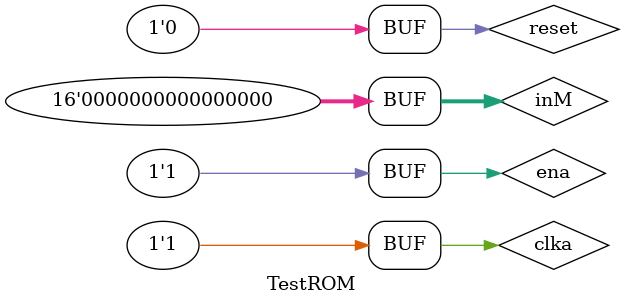
<source format=v>
`timescale 1ns / 1ps
`include "hCPU.v"


module TestROM;
	localparam T = 10;

	// ROM Inputs
	reg clka;
	reg ena;

	// ROM Outputs
	wire [31:0] douta;
	
	// CPU Inputs
	reg [15:0] inM;
	reg reset;

	// CPU Outputs
	wire [15:0] outM;
	wire writeM;
	wire [15:0] addressM;
	wire [15:0] pc;

	// Instantiate the Unit Under Test (UUT)
	test_rom uut (
		.clka(clka), 
		.ena(ena), 
		.addra({14'b0, pc, 2'b0}), 
		.douta(douta)
	);

	// Instantiate the Unit Under Test (UUT)
	hCPU uut2 (
		.inM(inM), 
		.instruction(douta[15:0]), 
		.reset(reset), 
		.clock(clka), 
		.outM(outM), 
		.writeM(writeM), 
		.addressM(addressM), 
		.pc(pc)
	);
	
	always begin
		clka = 1'b0;
		#(T/2);
		
		clka = 1'b1;
		#(T/2);
	end
	
	reg [15:0] pc_temp;
	always @(posedge clka) begin
		pc_temp <= pc;
		$write("TestROM::pc_temp %d\n", pc);
	end

	initial begin
		// Initialize Inputs
		ena = 1;
		reset = 1;
		inM = 16'b0;
		
		#10;
		reset = 0;

		#1000;
	end
      
endmodule


</source>
